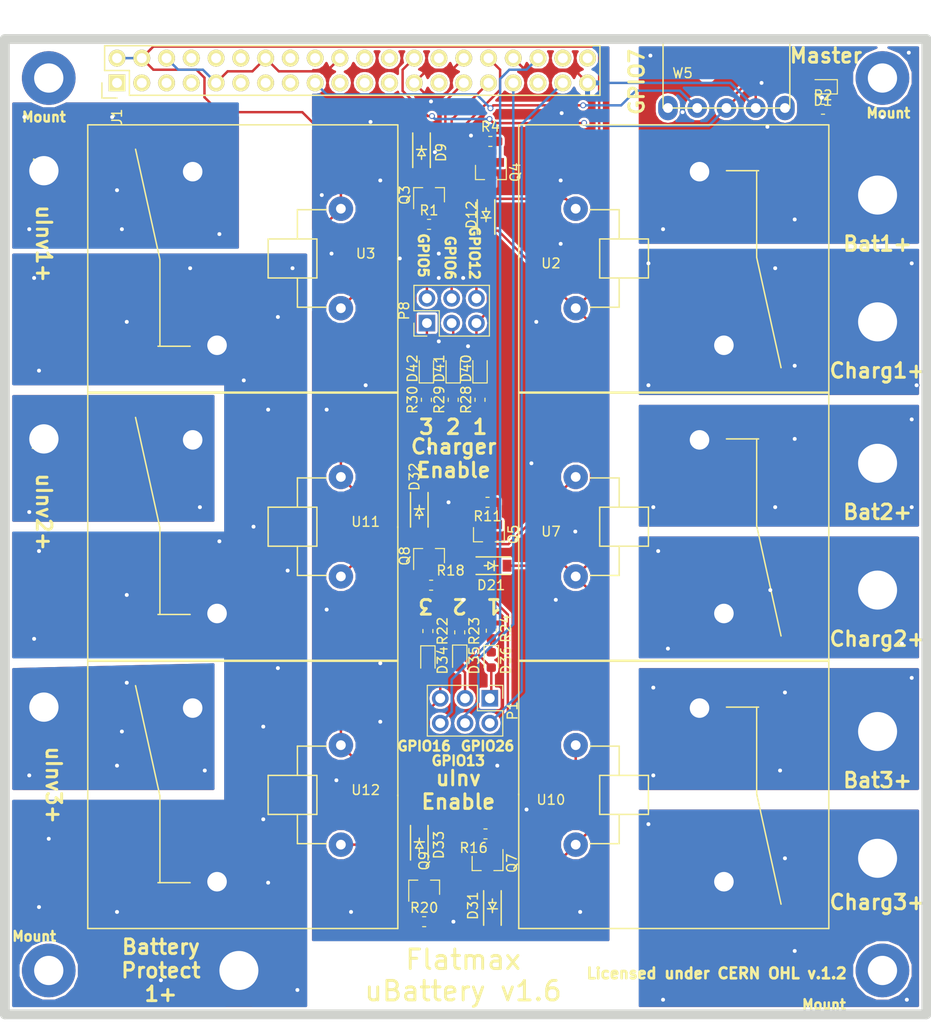
<source format=kicad_pcb>
(kicad_pcb (version 20171130) (host pcbnew 5.0.2-bee76a0~70~ubuntu18.04.1)
  (layers (0 F.Cu signal) (31 B.Cu signal) (34 B.Paste user) (35 F.Paste user) (36 B.SilkS user) (37 F.SilkS user) (38 B.Mask user) (39 F.Mask user) (44 Edge.Cuts user))
  (net 0 "")
  (net 1 V5)
  (net 2 DGND)
  (net 3 /uInv1+)
  (net 4 "Net-(Q3-Pad1)")
  (net 5 "Net-(Q4-Pad1)")
  (net 6 /VBat1+)
  (net 7 /Charge1Enable)
  (net 8 /uInv1En)
  (net 9 "Net-(Q5-Pad1)")
  (net 10 /Charge2Enable)
  (net 11 "Net-(Q7-Pad1)")
  (net 12 /Charge3Enable)
  (net 13 "Net-(D12-Pad2)")
  (net 14 "Net-(D21-Pad2)")
  (net 15 "Net-(D31-Pad2)")
  (net 16 /uInv2+)
  (net 17 "Net-(Q8-Pad1)")
  (net 18 /uInv2En)
  (net 19 "Net-(D9-Pad2)")
  (net 20 "Net-(D32-Pad2)")
  (net 21 "Net-(D33-Pad2)")
  (net 22 /uInv3+)
  (net 23 "Net-(Q9-Pad1)")
  (net 24 /uInv3En)
  (net 25 /29)
  (net 26 /31)
  (net 27 /32)
  (net 28 /33)
  (net 29 /36)
  (net 30 /37)
  (net 31 "Net-(D34-Pad1)")
  (net 32 "Net-(D35-Pad1)")
  (net 33 "Net-(D36-Pad1)")
  (net 34 "Net-(D40-Pad1)")
  (net 35 "Net-(D41-Pad1)")
  (net 36 "Net-(D42-Pad1)")
  (net 37 /VBat3+)
  (net 38 /Charger1+)
  (net 39 /VBat2+)
  (net 40 /Charger2+)
  (net 41 /Charger3+)
  (net 42 /uiVBat1+)
  (net 43 /MasterSlave)
  (net 44 "Net-(D1-Pad1)")
  (net 45 DVDD2)
  (module Connector_PinHeader_2.54mm:PinHeader_2x03_P2.54mm_Vertical (layer F.Cu) (at 101.28088 91.627005 90)
    (fp_text reference P8 (at 1.27 -2.33 90) (layer F.SilkS))
    (fp_text value CONN_02X03)
    (pad 6 thru_hole oval (at 2.54 5.08 90) (size 1.7 1.7) (drill 1) (layers *.Cu *.Mask) (net 27 /32))
    (pad 5 thru_hole oval (at 0 5.08 90) (size 1.7 1.7) (drill 1) (layers *.Cu *.Mask) (net 7 /Charge1Enable))
    (pad 4 thru_hole oval (at 2.54 2.54 90) (size 1.7 1.7) (drill 1) (layers *.Cu *.Mask) (net 26 /31))
    (pad 3 thru_hole oval (at 0 2.54 90) (size 1.7 1.7) (drill 1) (layers *.Cu *.Mask) (net 10 /Charge2Enable))
    (pad 2 thru_hole oval (at 2.54 0 90) (size 1.7 1.7) (drill 1) (layers *.Cu *.Mask) (net 25 /29))
    (pad 1 thru_hole rect (at 0 0 90) (size 1.7 1.7) (drill 1) (layers *.Cu *.Mask) (net 12 /Charge3Enable))
  )
  (module LED_SMD:LED_0603_1608Metric (layer F.Cu) (at 101.228506 96.276784 90)
    (fp_text reference D42 (at 0 -1.43 90) (layer F.SilkS))
    (fp_text value LED)
    (pad 2 smd roundrect (at 0.7875 0 90) (size 0.875 0.95) (layers F.Cu F.Paste F.Mask) (net 12 /Charge3Enable))
    (pad 1 smd roundrect (at -0.7875 0 90) (size 0.875 0.95) (layers F.Cu F.Paste F.Mask) (net 36 "Net-(D42-Pad1)"))
  )
  (module Resistor_SMD:R_0603_1608Metric (layer F.Cu) (at 106.728506 99.489284 90)
    (fp_text reference R28 (at 0 -1.43 90) (layer F.SilkS))
    (fp_text value 3k3)
    (pad 2 smd roundrect (at 0.7875 0 90) (size 0.875 0.95) (layers F.Cu F.Paste F.Mask) (net 34 "Net-(D40-Pad1)"))
    (pad 1 smd roundrect (at -0.7875 0 90) (size 0.875 0.95) (layers F.Cu F.Paste F.Mask) (net 2 DGND))
  )
  (module LED_SMD:LED_0603_1608Metric (layer F.Cu) (at 106.728506 96.276784 90)
    (fp_text reference D40 (at 0 -1.43 90) (layer F.SilkS))
    (fp_text value LED)
    (pad 2 smd roundrect (at 0.7875 0 90) (size 0.875 0.95) (layers F.Cu F.Paste F.Mask) (net 7 /Charge1Enable))
    (pad 1 smd roundrect (at -0.7875 0 90) (size 0.875 0.95) (layers F.Cu F.Paste F.Mask) (net 34 "Net-(D40-Pad1)"))
  )
  (module LED_SMD:LED_0603_1608Metric (layer F.Cu) (at 103.978506 96.276784 90)
    (fp_text reference D41 (at 0 -1.43 90) (layer F.SilkS))
    (fp_text value LED)
    (pad 2 smd roundrect (at 0.7875 0 90) (size 0.875 0.95) (layers F.Cu F.Paste F.Mask) (net 10 /Charge2Enable))
    (pad 1 smd roundrect (at -0.7875 0 90) (size 0.875 0.95) (layers F.Cu F.Paste F.Mask) (net 35 "Net-(D41-Pad1)"))
  )
  (module Resistor_SMD:R_0603_1608Metric (layer F.Cu) (at 103.978506 99.489284 90)
    (fp_text reference R29 (at 0 -1.43 90) (layer F.SilkS))
    (fp_text value 3k3)
    (pad 2 smd roundrect (at 0.7875 0 90) (size 0.875 0.95) (layers F.Cu F.Paste F.Mask) (net 35 "Net-(D41-Pad1)"))
    (pad 1 smd roundrect (at -0.7875 0 90) (size 0.875 0.95) (layers F.Cu F.Paste F.Mask) (net 2 DGND))
  )
  (module Resistor_SMD:R_0603_1608Metric (layer F.Cu) (at 101.228506 99.489284 90)
    (fp_text reference R30 (at 0 -1.43 90) (layer F.SilkS))
    (fp_text value 3k3)
    (pad 2 smd roundrect (at 0.7875 0 90) (size 0.875 0.95) (layers F.Cu F.Paste F.Mask) (net 36 "Net-(D42-Pad1)"))
    (pad 1 smd roundrect (at -0.7875 0 90) (size 0.875 0.95) (layers F.Cu F.Paste F.Mask) (net 2 DGND))
  )
  (module Resistor_SMD:R_0603_1608Metric (layer F.Cu) (at 101.7125 118.5)
    (fp_text reference R18 (at 2 -1.5) (layer F.SilkS))
    (fp_text value 220R)
    (pad 2 smd roundrect (at 0.7875 0) (size 0.875 0.95) (layers F.Cu F.Paste F.Mask) (net 18 /uInv2En))
    (pad 1 smd roundrect (at -0.7875 0) (size 0.875 0.95) (layers F.Cu F.Paste F.Mask) (net 17 "Net-(Q8-Pad1)"))
  )
  (module Resistor_SMD:R_0603_1608Metric (layer F.Cu) (at 101.5 81.5)
    (fp_text reference R1 (at 0 -1.43) (layer F.SilkS))
    (fp_text value 220R)
    (pad 2 smd roundrect (at 0.7875 0) (size 0.875 0.95) (layers F.Cu F.Paste F.Mask) (net 8 /uInv1En))
    (pad 1 smd roundrect (at -0.7875 0) (size 0.875 0.95) (layers F.Cu F.Paste F.Mask) (net 4 "Net-(Q3-Pad1)"))
  )
  (module Diodes_SMD_Local:SOD-123 (layer F.Cu) (at 100.728738 74.135 270)
    (fp_text reference D9 (at 0 -2 270) (layer F.SilkS))
    (fp_text value 1N5819)
    (pad 2 smd rect (at 1.635 0 270) (size 0.91 1.22) (layers F.Cu F.Paste F.Mask) (net 19 "Net-(D9-Pad2)"))
    (pad 1 smd rect (at -1.635 0 270) (size 0.91 1.22) (layers F.Cu F.Paste F.Mask) (net 1 V5))
  )
  (module Diodes_SMD_Local:SOD-123 (layer F.Cu) (at 107.345059 80.518819 90)
    (fp_text reference D12 (at 0 -1.5 90) (layer F.SilkS))
    (fp_text value 1N5819)
    (pad 2 smd rect (at 1.635 0 90) (size 0.91 1.22) (layers F.Cu F.Paste F.Mask) (net 13 "Net-(D12-Pad2)"))
    (pad 1 smd rect (at -1.635 0 90) (size 0.91 1.22) (layers F.Cu F.Paste F.Mask) (net 1 V5))
  )
  (module Resistor_SMD:R_0603_1608Metric (layer F.Cu) (at 107.7875 73 180)
    (fp_text reference R4 (at 0 1.5 180) (layer F.SilkS))
    (fp_text value 220R)
    (pad 2 smd roundrect (at 0.7875 0 180) (size 0.875 0.95) (layers F.Cu F.Paste F.Mask) (net 7 /Charge1Enable))
    (pad 1 smd roundrect (at -0.7875 0 180) (size 0.875 0.95) (layers F.Cu F.Paste F.Mask) (net 5 "Net-(Q4-Pad1)"))
  )
  (module Diodes_SMD_Local:SOD-123 (layer F.Cu) (at 107.865 116.5 180)
    (fp_text reference D21 (at 0 -2 180) (layer F.SilkS))
    (fp_text value 1N5819)
    (pad 2 smd rect (at 1.635 0 180) (size 0.91 1.22) (layers F.Cu F.Paste F.Mask) (net 14 "Net-(D21-Pad2)"))
    (pad 1 smd rect (at -1.635 0 180) (size 0.91 1.22) (layers F.Cu F.Paste F.Mask) (net 1 V5))
  )
  (module Resistor_SMD:R_0603_1608Metric (layer F.Cu) (at 107.5 110 180)
    (fp_text reference R11 (at 0 -1.43 180) (layer F.SilkS))
    (fp_text value 220R)
    (pad 2 smd roundrect (at 0.7875 0 180) (size 0.875 0.95) (layers F.Cu F.Paste F.Mask) (net 10 /Charge2Enable))
    (pad 1 smd roundrect (at -0.7875 0 180) (size 0.875 0.95) (layers F.Cu F.Paste F.Mask) (net 9 "Net-(Q5-Pad1)"))
  )
  (module Diodes_SMD_Local:SOD-123 (layer F.Cu) (at 108 151.365 90)
    (fp_text reference D31 (at 0 -2 90) (layer F.SilkS))
    (fp_text value 1N5819)
    (pad 2 smd rect (at 1.635 0 90) (size 0.91 1.22) (layers F.Cu F.Paste F.Mask) (net 15 "Net-(D31-Pad2)"))
    (pad 1 smd rect (at -1.635 0 90) (size 0.91 1.22) (layers F.Cu F.Paste F.Mask) (net 1 V5))
  )
  (module Resistor_SMD:R_0603_1608Metric (layer F.Cu) (at 107.2875 144 180)
    (fp_text reference R16 (at 1.2125 -1.43 180) (layer F.SilkS))
    (fp_text value 220R)
    (pad 2 smd roundrect (at 0.7875 0 180) (size 0.875 0.95) (layers F.Cu F.Paste F.Mask) (net 12 /Charge3Enable))
    (pad 1 smd roundrect (at -0.7875 0 180) (size 0.875 0.95) (layers F.Cu F.Paste F.Mask) (net 11 "Net-(Q7-Pad1)"))
  )
  (module Diodes_SMD_Local:SOD-123 (layer F.Cu) (at 100.5 111 270)
    (fp_text reference D32 (at -3.615 0.5 270) (layer F.SilkS))
    (fp_text value 1N5819)
    (pad 2 smd rect (at 1.635 0 270) (size 0.91 1.22) (layers F.Cu F.Paste F.Mask) (net 20 "Net-(D32-Pad2)"))
    (pad 1 smd rect (at -1.635 0 270) (size 0.91 1.22) (layers F.Cu F.Paste F.Mask) (net 1 V5))
  )
  (module Diodes_SMD_Local:SOD-123 (layer F.Cu) (at 100.5 145.135 270)
    (fp_text reference D33 (at 0 -2 270) (layer F.SilkS))
    (fp_text value 1N5819)
    (pad 2 smd rect (at 1.635 0 270) (size 0.91 1.22) (layers F.Cu F.Paste F.Mask) (net 21 "Net-(D33-Pad2)"))
    (pad 1 smd rect (at -1.635 0 270) (size 0.91 1.22) (layers F.Cu F.Paste F.Mask) (net 1 V5))
  )
  (module Resistor_SMD:R_0603_1608Metric (layer F.Cu) (at 101 153)
    (fp_text reference R20 (at 0 -1.43) (layer F.SilkS))
    (fp_text value 220R)
    (pad 2 smd roundrect (at 0.7875 0) (size 0.875 0.95) (layers F.Cu F.Paste F.Mask) (net 24 /uInv3En))
    (pad 1 smd roundrect (at -0.7875 0) (size 0.875 0.95) (layers F.Cu F.Paste F.Mask) (net 23 "Net-(Q9-Pad1)"))
  )
  (module Fiducial:Fiducial_1mm_Dia_2mm_Outer (layer F.Cu) (at 130 66)
    (fp_text reference W5 (at -2.5 0) (layer F.SilkS))
    (fp_text value Fiducial)
    (pad ~ smd circle (at 0 0) (size 1 1) (layers F.Cu F.Mask) (clearance 0.5))
  )
  (module Connector_PinHeader_2.54mm:PinHeader_2x03_P2.54mm_Vertical (layer F.Cu) (at 107.732327 130.098587 270)
    (fp_text reference P1 (at 1.27 -2.33 270) (layer F.SilkS))
    (fp_text value CONN_02X03)
    (pad 6 thru_hole oval (at 2.54 5.08 270) (size 1.7 1.7) (drill 1) (layers *.Cu *.Mask) (net 29 /36))
    (pad 5 thru_hole oval (at 0 5.08 270) (size 1.7 1.7) (drill 1) (layers *.Cu *.Mask) (net 24 /uInv3En))
    (pad 4 thru_hole oval (at 2.54 2.54 270) (size 1.7 1.7) (drill 1) (layers *.Cu *.Mask) (net 28 /33))
    (pad 3 thru_hole oval (at 0 2.54 270) (size 1.7 1.7) (drill 1) (layers *.Cu *.Mask) (net 18 /uInv2En))
    (pad 2 thru_hole oval (at 2.54 0 270) (size 1.7 1.7) (drill 1) (layers *.Cu *.Mask) (net 30 /37))
    (pad 1 thru_hole rect (at 0 0 270) (size 1.7 1.7) (drill 1) (layers *.Cu *.Mask) (net 8 /uInv1En))
  )
  (module LED_SMD:LED_0603_1608Metric (layer F.Cu) (at 101.382838 126.200488 270)
    (fp_text reference D34 (at 0 -1.5 270) (layer F.SilkS))
    (fp_text value LED)
    (pad 2 smd roundrect (at 0.7875 0 270) (size 0.875 0.95) (layers F.Cu F.Paste F.Mask) (net 24 /uInv3En))
    (pad 1 smd roundrect (at -0.7875 0 270) (size 0.875 0.95) (layers F.Cu F.Paste F.Mask) (net 31 "Net-(D34-Pad1)"))
  )
  (module LED_SMD:LED_0603_1608Metric (layer F.Cu) (at 104.648164 126.121089 270)
    (fp_text reference D35 (at 0.079399 -1.484674 270) (layer F.SilkS))
    (fp_text value LED)
    (pad 2 smd roundrect (at 0.7875 0 270) (size 0.875 0.95) (layers F.Cu F.Paste F.Mask) (net 18 /uInv2En))
    (pad 1 smd roundrect (at -0.7875 0 270) (size 0.875 0.95) (layers F.Cu F.Paste F.Mask) (net 32 "Net-(D35-Pad1)"))
  )
  (module LED_SMD:LED_0603_1608Metric (layer F.Cu) (at 107.882838 126.162988 270)
    (fp_text reference D36 (at 0.0375 -1.5 270) (layer F.SilkS))
    (fp_text value LED)
    (pad 2 smd roundrect (at 0.7875 0 270) (size 0.875 0.95) (layers F.Cu F.Paste F.Mask) (net 8 /uInv1En))
    (pad 1 smd roundrect (at -0.7875 0 270) (size 0.875 0.95) (layers F.Cu F.Paste F.Mask) (net 33 "Net-(D36-Pad1)"))
  )
  (module Resistor_SMD:R_0603_1608Metric (layer F.Cu) (at 101.382838 123.200488 270)
    (fp_text reference R22 (at 0 -1.5 270) (layer F.SilkS))
    (fp_text value 3k3)
    (pad 2 smd roundrect (at 0.7875 0 270) (size 0.875 0.95) (layers F.Cu F.Paste F.Mask) (net 31 "Net-(D34-Pad1)"))
    (pad 1 smd roundrect (at -0.7875 0 270) (size 0.875 0.95) (layers F.Cu F.Paste F.Mask) (net 2 DGND))
  )
  (module Resistor_SMD:R_0603_1608Metric (layer F.Cu) (at 104.648164 123.333589 270)
    (fp_text reference R23 (at -0.133101 -1.484674 270) (layer F.SilkS))
    (fp_text value 3k3)
    (pad 2 smd roundrect (at 0.7875 0 270) (size 0.875 0.95) (layers F.Cu F.Paste F.Mask) (net 32 "Net-(D35-Pad1)"))
    (pad 1 smd roundrect (at -0.7875 0 270) (size 0.875 0.95) (layers F.Cu F.Paste F.Mask) (net 2 DGND))
  )
  (module Resistor_SMD:R_0603_1608Metric (layer F.Cu) (at 107.882838 123.162988 270)
    (fp_text reference R24 (at -0.2125 -1.5 270) (layer F.SilkS))
    (fp_text value 3k3)
    (pad 2 smd roundrect (at 0.7875 0 270) (size 0.875 0.95) (layers F.Cu F.Paste F.Mask) (net 33 "Net-(D36-Pad1)"))
    (pad 1 smd roundrect (at -0.7875 0 270) (size 0.875 0.95) (layers F.Cu F.Paste F.Mask) (net 2 DGND))
  )
  (module Package_TO_SOT_SMD:SOT-23 (layer F.Cu) (at 101.5 78.5 90)
    (fp_text reference Q3 (at 0 -2.5 90) (layer F.SilkS))
    (fp_text value MMBTA42)
    (pad 3 smd rect (at 1 0 90) (size 0.9 0.8) (layers F.Cu F.Paste F.Mask) (net 19 "Net-(D9-Pad2)"))
    (pad 2 smd rect (at -1 0.95 90) (size 0.9 0.8) (layers F.Cu F.Paste F.Mask) (net 2 DGND))
    (pad 1 smd rect (at -1 -0.95 90) (size 0.9 0.8) (layers F.Cu F.Paste F.Mask) (net 4 "Net-(Q3-Pad1)"))
  )
  (module Package_TO_SOT_SMD:SOT-23 (layer F.Cu) (at 107.845059 76.153819 270)
    (fp_text reference Q4 (at 0 -2.5 270) (layer F.SilkS))
    (fp_text value MMBTA42)
    (pad 3 smd rect (at 1 0 270) (size 0.9 0.8) (layers F.Cu F.Paste F.Mask) (net 13 "Net-(D12-Pad2)"))
    (pad 2 smd rect (at -1 0.95 270) (size 0.9 0.8) (layers F.Cu F.Paste F.Mask) (net 2 DGND))
    (pad 1 smd rect (at -1 -0.95 270) (size 0.9 0.8) (layers F.Cu F.Paste F.Mask) (net 5 "Net-(Q4-Pad1)"))
  )
  (module Package_TO_SOT_SMD:SOT-23 (layer F.Cu) (at 107.641093 113.289296 270)
    (fp_text reference Q5 (at 0 -2.5 270) (layer F.SilkS))
    (fp_text value MMBTA42)
    (pad 3 smd rect (at 1 0 270) (size 0.9 0.8) (layers F.Cu F.Paste F.Mask) (net 14 "Net-(D21-Pad2)"))
    (pad 2 smd rect (at -1 0.95 270) (size 0.9 0.8) (layers F.Cu F.Paste F.Mask) (net 2 DGND))
    (pad 1 smd rect (at -1 -0.95 270) (size 0.9 0.8) (layers F.Cu F.Paste F.Mask) (net 9 "Net-(Q5-Pad1)"))
  )
  (module Package_TO_SOT_SMD:SOT-23 (layer F.Cu) (at 107.5 147 270)
    (fp_text reference Q7 (at 0 -2.5 270) (layer F.SilkS))
    (fp_text value MMBTA42)
    (pad 3 smd rect (at 1 0 270) (size 0.9 0.8) (layers F.Cu F.Paste F.Mask) (net 15 "Net-(D31-Pad2)"))
    (pad 2 smd rect (at -1 0.95 270) (size 0.9 0.8) (layers F.Cu F.Paste F.Mask) (net 2 DGND))
    (pad 1 smd rect (at -1 -0.95 270) (size 0.9 0.8) (layers F.Cu F.Paste F.Mask) (net 11 "Net-(Q7-Pad1)"))
  )
  (module Package_TO_SOT_SMD:SOT-23 (layer F.Cu) (at 101.5 115.5 90)
    (fp_text reference Q8 (at 0 -2.5 90) (layer F.SilkS))
    (fp_text value MMBTA42)
    (pad 3 smd rect (at 1 0 90) (size 0.9 0.8) (layers F.Cu F.Paste F.Mask) (net 20 "Net-(D32-Pad2)"))
    (pad 2 smd rect (at -1 0.95 90) (size 0.9 0.8) (layers F.Cu F.Paste F.Mask) (net 2 DGND))
    (pad 1 smd rect (at -1 -0.95 90) (size 0.9 0.8) (layers F.Cu F.Paste F.Mask) (net 17 "Net-(Q8-Pad1)"))
  )
  (module Package_TO_SOT_SMD:SOT-23 (layer F.Cu) (at 101 149.5 90)
    (fp_text reference Q9 (at 2.75 0 90) (layer F.SilkS))
    (fp_text value MMBTA42)
    (pad 3 smd rect (at 1 0 90) (size 0.9 0.8) (layers F.Cu F.Paste F.Mask) (net 21 "Net-(D33-Pad2)"))
    (pad 2 smd rect (at -1 0.95 90) (size 0.9 0.8) (layers F.Cu F.Paste F.Mask) (net 2 DGND))
    (pad 1 smd rect (at -1 -0.95 90) (size 0.9 0.8) (layers F.Cu F.Paste F.Mask) (net 23 "Net-(Q9-Pad1)"))
  )
  (module holes:Pin3mm (layer F.Cu) (at 62 103.5)
    (fp_text reference J16 (at 0 0.5) (layer F.SilkS))
    (fp_text value uInv2+)
    (pad 1 thru_hole circle (at 0 0) (size 5.5 5.5) (drill 3) (layers *.Cu *.Mask) (net 16 /uInv2+))
  )
  (module holes:Pin3mm (layer F.Cu) (at 62 76 270)
    (fp_text reference J17 (at 0 0.5 270) (layer F.SilkS))
    (fp_text value uInv1+)
    (pad 1 thru_hole circle (at 0 0 270) (size 5.5 5.5) (drill 3) (layers *.Cu *.Mask) (net 3 /uInv1+))
  )
  (module holes:Pin3mm (layer F.Cu) (at 62 131 270)
    (fp_text reference J19 (at 0 0.5 270) (layer F.SilkS))
    (fp_text value uInv3+)
    (pad 1 thru_hole circle (at 0 0 270) (size 5.5 5.5) (drill 3) (layers *.Cu *.Mask) (net 22 /uInv3+))
  )
  (module Pin_Headers:Pin_Header_Straight_2x20 (layer F.Cu) (at 69.5 67 90)
    (fp_text reference J1 (at -3.5 0 90) (layer F.SilkS))
    (fp_text value PC104)
    (pad 40 thru_hole oval (at 2.54 48.26 90) (size 1.7272 1.7272) (drill 1.016) (layers *.Cu *.Mask F.SilkS))
    (pad 39 thru_hole oval (at 0 48.26 90) (size 1.7272 1.7272) (drill 1.016) (layers *.Cu *.Mask F.SilkS) (net 2 DGND))
    (pad 38 thru_hole oval (at 2.54 45.72 90) (size 1.7272 1.7272) (drill 1.016) (layers *.Cu *.Mask F.SilkS))
    (pad 37 thru_hole oval (at 0 45.72 90) (size 1.7272 1.7272) (drill 1.016) (layers *.Cu *.Mask F.SilkS) (net 30 /37))
    (pad 36 thru_hole oval (at 2.54 43.18 90) (size 1.7272 1.7272) (drill 1.016) (layers *.Cu *.Mask F.SilkS) (net 29 /36))
    (pad 35 thru_hole oval (at 0 43.18 90) (size 1.7272 1.7272) (drill 1.016) (layers *.Cu *.Mask F.SilkS))
    (pad 34 thru_hole oval (at 2.54 40.64 90) (size 1.7272 1.7272) (drill 1.016) (layers *.Cu *.Mask F.SilkS) (net 2 DGND))
    (pad 33 thru_hole oval (at 0 40.64 90) (size 1.7272 1.7272) (drill 1.016) (layers *.Cu *.Mask F.SilkS) (net 28 /33))
    (pad 32 thru_hole oval (at 2.54 38.1 90) (size 1.7272 1.7272) (drill 1.016) (layers *.Cu *.Mask F.SilkS) (net 27 /32))
    (pad 31 thru_hole oval (at 0 38.1 90) (size 1.7272 1.7272) (drill 1.016) (layers *.Cu *.Mask F.SilkS) (net 26 /31))
    (pad 30 thru_hole oval (at 2.54 35.56 90) (size 1.7272 1.7272) (drill 1.016) (layers *.Cu *.Mask F.SilkS) (net 2 DGND))
    (pad 29 thru_hole oval (at 0 35.56 90) (size 1.7272 1.7272) (drill 1.016) (layers *.Cu *.Mask F.SilkS) (net 25 /29))
    (pad 28 thru_hole oval (at 2.54 33.02 90) (size 1.7272 1.7272) (drill 1.016) (layers *.Cu *.Mask F.SilkS))
    (pad 27 thru_hole oval (at 0 33.02 90) (size 1.7272 1.7272) (drill 1.016) (layers *.Cu *.Mask F.SilkS))
    (pad 26 thru_hole oval (at 2.54 30.48 90) (size 1.7272 1.7272) (drill 1.016) (layers *.Cu *.Mask F.SilkS) (net 43 /MasterSlave))
    (pad 25 thru_hole oval (at 0 30.48 90) (size 1.7272 1.7272) (drill 1.016) (layers *.Cu *.Mask F.SilkS) (net 2 DGND))
    (pad 24 thru_hole oval (at 2.54 27.94 90) (size 1.7272 1.7272) (drill 1.016) (layers *.Cu *.Mask F.SilkS))
    (pad 23 thru_hole oval (at 0 27.94 90) (size 1.7272 1.7272) (drill 1.016) (layers *.Cu *.Mask F.SilkS))
    (pad 22 thru_hole oval (at 2.54 25.4 90) (size 1.7272 1.7272) (drill 1.016) (layers *.Cu *.Mask F.SilkS))
    (pad 21 thru_hole oval (at 0 25.4 90) (size 1.7272 1.7272) (drill 1.016) (layers *.Cu *.Mask F.SilkS))
    (pad 20 thru_hole oval (at 2.54 22.86 90) (size 1.7272 1.7272) (drill 1.016) (layers *.Cu *.Mask F.SilkS) (net 2 DGND))
    (pad 19 thru_hole oval (at 0 22.86 90) (size 1.7272 1.7272) (drill 1.016) (layers *.Cu *.Mask F.SilkS))
    (pad 18 thru_hole oval (at 2.54 20.32 90) (size 1.7272 1.7272) (drill 1.016) (layers *.Cu *.Mask F.SilkS))
    (pad 17 thru_hole oval (at 0 20.32 90) (size 1.7272 1.7272) (drill 1.016) (layers *.Cu *.Mask F.SilkS) (net 45 DVDD2))
    (pad 16 thru_hole oval (at 2.54 17.78 90) (size 1.7272 1.7272) (drill 1.016) (layers *.Cu *.Mask F.SilkS))
    (pad 15 thru_hole oval (at 0 17.78 90) (size 1.7272 1.7272) (drill 1.016) (layers *.Cu *.Mask F.SilkS))
    (pad 14 thru_hole oval (at 2.54 15.24 90) (size 1.7272 1.7272) (drill 1.016) (layers *.Cu *.Mask F.SilkS) (net 2 DGND))
    (pad 13 thru_hole oval (at 0 15.24 90) (size 1.7272 1.7272) (drill 1.016) (layers *.Cu *.Mask F.SilkS))
    (pad 12 thru_hole oval (at 2.54 12.7 90) (size 1.7272 1.7272) (drill 1.016) (layers *.Cu *.Mask F.SilkS))
    (pad 11 thru_hole oval (at 0 12.7 90) (size 1.7272 1.7272) (drill 1.016) (layers *.Cu *.Mask F.SilkS))
    (pad 10 thru_hole oval (at 2.54 10.16 90) (size 1.7272 1.7272) (drill 1.016) (layers *.Cu *.Mask F.SilkS))
    (pad 9 thru_hole oval (at 0 10.16 90) (size 1.7272 1.7272) (drill 1.016) (layers *.Cu *.Mask F.SilkS) (net 2 DGND))
    (pad 8 thru_hole oval (at 2.54 7.62 90) (size 1.7272 1.7272) (drill 1.016) (layers *.Cu *.Mask F.SilkS))
    (pad 7 thru_hole oval (at 0 7.62 90) (size 1.7272 1.7272) (drill 1.016) (layers *.Cu *.Mask F.SilkS))
    (pad 6 thru_hole oval (at 2.54 5.08 90) (size 1.7272 1.7272) (drill 1.016) (layers *.Cu *.Mask F.SilkS) (net 2 DGND))
    (pad 5 thru_hole oval (at 0 5.08 90) (size 1.7272 1.7272) (drill 1.016) (layers *.Cu *.Mask F.SilkS))
    (pad 4 thru_hole oval (at 2.54 2.54 90) (size 1.7272 1.7272) (drill 1.016) (layers *.Cu *.Mask F.SilkS) (net 1 V5))
    (pad 3 thru_hole oval (at 0 2.54 90) (size 1.7272 1.7272) (drill 1.016) (layers *.Cu *.Mask F.SilkS))
    (pad 2 thru_hole oval (at 2.54 0 90) (size 1.7272 1.7272) (drill 1.016) (layers *.Cu *.Mask F.SilkS) (net 1 V5))
    (pad 1 thru_hole rect (at 0 0 90) (size 1.7272 1.7272) (drill 1.016) (layers *.Cu *.Mask F.SilkS))
  )
  (module holes:Pin3mm (layer F.Cu) (at 62.5 66.5)
    (fp_text reference W1 (at 0 0.5) (layer F.SilkS))
    (fp_text value TEST_1P)
    (pad 1 thru_hole circle (at 0 0) (size 5.5 5.5) (drill 3) (layers *.Cu *.Mask))
  )
  (module holes:Pin3mm (layer F.Cu) (at 148 66.5)
    (fp_text reference W2 (at 0 0.5) (layer F.SilkS))
    (fp_text value TEST_1P)
    (pad 1 thru_hole circle (at 0 0) (size 5.5 5.5) (drill 3) (layers *.Cu *.Mask))
  )
  (module holes:Pin3mm (layer F.Cu) (at 148 158)
    (fp_text reference W3 (at 0 0.5) (layer F.SilkS))
    (fp_text value TEST_1P)
    (pad 1 thru_hole circle (at 0 0) (size 5.5 5.5) (drill 3) (layers *.Cu *.Mask))
  )
  (module holes:Pin3mm (layer F.Cu) (at 62.5 158)
    (fp_text reference W4 (at 0 0.5) (layer F.SilkS))
    (fp_text value TEST_1P)
    (pad 1 thru_hole circle (at 0 0) (size 5.5 5.5) (drill 3) (layers *.Cu *.Mask))
  )
  (module songle:SLA-4p (layer F.Cu) (at 114 85)
    (fp_text reference U2 (at 0 0.499999) (layer F.SilkS))
    (fp_text value SRD-105VDC-SL-A)
    (pad 3 thru_hole circle (at 17.74 8.9) (size 4 4) (drill 2) (layers *.Cu *.Mask) (net 38 /Charger1+))
    (pad 1 thru_hole circle (at 15.24 -8.9) (size 4 4) (drill 2) (layers *.Cu *.Mask) (net 6 /VBat1+))
    (pad 2 thru_hole circle (at 2.54 5.1) (size 2.5 2.5) (drill 1) (layers *.Cu *.Mask) (net 1 V5))
    (pad 5 thru_hole circle (at 2.54 -5.1) (size 2.5 2.5) (drill 1) (layers *.Cu *.Mask) (net 13 "Net-(D12-Pad2)"))
  )
  (module songle:SLA-4p (layer F.Cu) (at 95 85 180)
    (fp_text reference U3 (at 0 0.5 180) (layer F.SilkS))
    (fp_text value SRD-105VDC-SL-A)
    (pad 5 thru_hole circle (at 2.54 -5.1 180) (size 2.5 2.5) (drill 1) (layers *.Cu *.Mask) (net 19 "Net-(D9-Pad2)"))
    (pad 2 thru_hole circle (at 2.54 5.1 180) (size 2.5 2.5) (drill 1) (layers *.Cu *.Mask) (net 1 V5))
    (pad 1 thru_hole circle (at 15.24 -8.9 180) (size 4 4) (drill 2) (layers *.Cu *.Mask) (net 42 /uiVBat1+))
    (pad 3 thru_hole circle (at 17.74 8.9 180) (size 4 4) (drill 2) (layers *.Cu *.Mask) (net 3 /uInv1+))
  )
  (module songle:SLA-4p (layer F.Cu) (at 114 112.5)
    (fp_text reference U7 (at 0 0.499999) (layer F.SilkS))
    (fp_text value SRD-105VDC-SL-A)
    (pad 3 thru_hole circle (at 17.74 8.9) (size 4 4) (drill 2) (layers *.Cu *.Mask) (net 40 /Charger2+))
    (pad 1 thru_hole circle (at 15.24 -8.9) (size 4 4) (drill 2) (layers *.Cu *.Mask) (net 39 /VBat2+))
    (pad 2 thru_hole circle (at 2.54 5.1) (size 2.5 2.5) (drill 1) (layers *.Cu *.Mask) (net 1 V5))
    (pad 5 thru_hole circle (at 2.54 -5.1) (size 2.5 2.5) (drill 1) (layers *.Cu *.Mask) (net 14 "Net-(D21-Pad2)"))
  )
  (module songle:SLA-4p (layer F.Cu) (at 114 140)
    (fp_text reference U10 (at 0 0.5) (layer F.SilkS))
    (fp_text value SRD-105VDC-SL-A)
    (pad 5 thru_hole circle (at 2.54 -5.1) (size 2.5 2.5) (drill 1) (layers *.Cu *.Mask) (net 15 "Net-(D31-Pad2)"))
    (pad 2 thru_hole circle (at 2.54 5.1) (size 2.5 2.5) (drill 1) (layers *.Cu *.Mask) (net 1 V5))
    (pad 1 thru_hole circle (at 15.24 -8.9) (size 4 4) (drill 2) (layers *.Cu *.Mask) (net 37 /VBat3+))
    (pad 3 thru_hole circle (at 17.74 8.9) (size 4 4) (drill 2) (layers *.Cu *.Mask) (net 41 /Charger3+))
  )
  (module songle:SLA-4p (layer F.Cu) (at 95 112.5 180)
    (fp_text reference U11 (at 0 0.5 180) (layer F.SilkS))
    (fp_text value SRD-105VDC-SL-A)
    (pad 3 thru_hole circle (at 17.74 8.9 180) (size 4 4) (drill 2) (layers *.Cu *.Mask) (net 16 /uInv2+))
    (pad 1 thru_hole circle (at 15.24 -8.9 180) (size 4 4) (drill 2) (layers *.Cu *.Mask) (net 42 /uiVBat1+))
    (pad 2 thru_hole circle (at 2.54 5.1 180) (size 2.5 2.5) (drill 1) (layers *.Cu *.Mask) (net 1 V5))
    (pad 5 thru_hole circle (at 2.54 -5.1 180) (size 2.5 2.5) (drill 1) (layers *.Cu *.Mask) (net 20 "Net-(D32-Pad2)"))
  )
  (module songle:SLA-4p (layer F.Cu) (at 95 140 180)
    (fp_text reference U12 (at 0 0.5 180) (layer F.SilkS))
    (fp_text value SRD-105VDC-SL-A)
    (pad 5 thru_hole circle (at 2.54 -5.1 180) (size 2.5 2.5) (drill 1) (layers *.Cu *.Mask) (net 21 "Net-(D33-Pad2)"))
    (pad 2 thru_hole circle (at 2.54 5.1 180) (size 2.5 2.5) (drill 1) (layers *.Cu *.Mask) (net 1 V5))
    (pad 1 thru_hole circle (at 15.24 -8.9 180) (size 4 4) (drill 2) (layers *.Cu *.Mask) (net 42 /uiVBat1+))
    (pad 3 thru_hole circle (at 17.74 8.9 180) (size 4 4) (drill 2) (layers *.Cu *.Mask) (net 22 /uInv3+))
  )
  (module holes:Pin4mm (layer F.Cu) (at 82 158)
    (fp_text reference J2 (at 0 0.5) (layer F.SilkS))
    (fp_text value VBat1+)
    (pad 1 thru_hole circle (at 0 0) (size 6.5 6.5) (drill 4) (layers *.Cu *.Mask) (net 42 /uiVBat1+))
  )
  (module holes:Pin4mm (layer F.Cu) (at 147.5 78.5)
    (fp_text reference J3 (at 0 0.5) (layer F.SilkS))
    (fp_text value BCharge1+)
    (pad 1 thru_hole circle (at 0 0) (size 6.5 6.5) (drill 4) (layers *.Cu *.Mask) (net 6 /VBat1+))
  )
  (module holes:Pin4mm (layer F.Cu) (at 147.5 133.5)
    (fp_text reference J4 (at 0 0.5) (layer F.SilkS))
    (fp_text value BCharge3+)
    (pad 1 thru_hole circle (at 0 0) (size 6.5 6.5) (drill 4) (layers *.Cu *.Mask) (net 37 /VBat3+))
  )
  (module holes:Pin4mm (layer F.Cu) (at 147.5 91.5 180)
    (fp_text reference J5 (at 0 0.5 180) (layer F.SilkS))
    (fp_text value Charge1+)
    (pad 1 thru_hole circle (at 0 0 180) (size 6.5 6.5) (drill 4) (layers *.Cu *.Mask) (net 38 /Charger1+))
  )
  (module holes:Pin4mm (layer F.Cu) (at 147.5 106)
    (fp_text reference J7 (at 0 0.5) (layer F.SilkS))
    (fp_text value BCharge2+)
    (pad 1 thru_hole circle (at 0 0) (size 6.5 6.5) (drill 4) (layers *.Cu *.Mask) (net 39 /VBat2+))
  )
  (module holes:Pin4mm (layer F.Cu) (at 147.5 119 180)
    (fp_text reference J9 (at 0 0.5 180) (layer F.SilkS))
    (fp_text value Charge2+)
    (pad 1 thru_hole circle (at 0 0 180) (size 6.5 6.5) (drill 4) (layers *.Cu *.Mask) (net 40 /Charger2+))
  )
  (module holes:Pin4mm (layer F.Cu) (at 147.5 146.5 180)
    (fp_text reference J13 (at 0 0.5 180) (layer F.SilkS))
    (fp_text value Charge3+)
    (pad 1 thru_hole circle (at 0 0 180) (size 6.5 6.5) (drill 4) (layers *.Cu *.Mask) (net 41 /Charger3+))
  )
  (module Resistor_SMD:R_0603_1608Metric (layer F.Cu) (at 141.9 69.7)
    (fp_text reference R2 (at 0 -1.43) (layer F.SilkS))
    (fp_text value 3k3)
    (pad 1 smd roundrect (at -0.7875 0) (size 0.875 0.95) (layers F.Cu F.Paste F.Mask) (net 2 DGND))
    (pad 2 smd roundrect (at 0.7875 0) (size 0.875 0.95) (layers F.Cu F.Paste F.Mask) (net 44 "Net-(D1-Pad1)"))
  )
  (module LED_SMD:LED_0603_1608Metric (layer F.Cu) (at 141.8875 67.4 180)
    (fp_text reference D1 (at 0 -1.43 180) (layer F.SilkS))
    (fp_text value LED)
    (pad 1 smd roundrect (at -0.7875 0 180) (size 0.875 0.95) (layers F.Cu F.Paste F.Mask) (net 44 "Net-(D1-Pad1)"))
    (pad 2 smd roundrect (at 0.7875 0 180) (size 0.875 0.95) (layers F.Cu F.Paste F.Mask) (net 43 /MasterSlave))
  )
  (module switch:SS-12F23 (layer F.Cu) (at 132 69.575001)
    (fp_text reference SW1 hide)
    (fp_text value SW_SPDT)
    (pad 2 thru_hole circle (at 0 0) (size 2 2) (drill 1) (layers *.Cu *.Mask) (net 43 /MasterSlave))
    (pad 3 thru_hole circle (at -3 0) (size 2 2) (drill 1) (layers *.Cu *.Mask) (net 45 DVDD2))
    (pad "" thru_hole oval (at -6 0) (size 2 2.5) (drill 1) (layers *.Cu *.Mask))
    (pad "" thru_hole oval (at 6 0) (size 2 2.5) (drill 1) (layers *.Cu *.Mask))
    (pad 1 thru_hole circle (at 3 0) (size 2 2) (drill 1) (layers *.Cu *.Mask) (net 2 DGND))
  )
  (gr_text "Licensed under CERN OHL v.1.2" (at 131 158.3) (layer F.SilkS) (effects (font (size 1.1 1.1) (thickness 0.275))))
  (gr_text GPIO7 (at 122.8 66.9 90) (layer F.SilkS) (effects (font (size 1.5 1.5) (thickness 0.3))))
  (gr_text Master (at 142.2 64.2) (layer F.SilkS) (effects (font (size 1.5 1.5) (thickness 0.3))))
  (gr_text "Battery\nProtect\n1+" (at 74 158) (layer F.SilkS) (effects (font (size 1.5 1.5) (thickness 0.3))))
  (gr_text Bat1+ (at 147.5 83.5) (layer F.SilkS) (effects (font (size 1.5 1.5) (thickness 0.3))))
  (gr_text Bat2+ (at 147.5 111) (layer F.SilkS) (effects (font (size 1.5 1.5) (thickness 0.3))))
  (gr_text Charg1+ (at 147.5 96.5) (layer F.SilkS) (effects (font (size 1.5 1.5) (thickness 0.3))))
  (gr_text Charg3+ (at 147.5 151) (layer F.SilkS) (effects (font (size 1.5 1.5) (thickness 0.3))))
  (gr_line (start 58 162.5) (end 58 62.5) (layer Edge.Cuts) (width 1))
  (gr_line (start 152.5 162.5) (end 58 162.5) (layer Edge.Cuts) (width 1))
  (gr_line (start 152.5 62.5) (end 152.5 162.5) (layer Edge.Cuts) (width 1))
  (gr_line (start 58 62.5) (end 152.5 62.5) (layer Edge.Cuts) (width 1))
  (gr_text Mount (at 142 161.5) (layer F.SilkS) (effects (font (size 1 1) (thickness 0.25))))
  (gr_text Charg2+ (at 147.5 124) (layer F.SilkS) (effects (font (size 1.5 1.5) (thickness 0.3))))
  (gr_text Bat3+ (at 147.5 138.5) (layer F.SilkS) (effects (font (size 1.5 1.5) (thickness 0.3))))
  (gr_text "uInv\nEnable" (at 104.5 139.5) (layer F.SilkS) (effects (font (size 1.5 1.5) (thickness 0.3))))
  (gr_text 2 (at 104.638309 120.646329 180) (layer F.SilkS) (effects (font (size 1.5 1.5) (thickness 0.3))))
  (gr_text 1 (at 108.138309 120.646329 180) (layer F.SilkS) (effects (font (size 1.5 1.5) (thickness 0.3))))
  (gr_text 3 (at 101.138309 120.646329 180) (layer F.SilkS) (effects (font (size 1.5 1.5) (thickness 0.3))))
  (gr_text Mount (at 62 70.5) (layer F.SilkS) (effects (font (size 1 1) (thickness 0.25))))
  (gr_text Mount (at 61 154.5) (layer F.SilkS) (effects (font (size 1 1) (thickness 0.25))))
  (gr_text Mount (at 148.6 70.1) (layer F.SilkS) (effects (font (size 1 1) (thickness 0.25))))
  (gr_text "Charger\nEnable" (at 104.028506 105.5) (layer F.SilkS) (effects (font (size 1.5 1.5) (thickness 0.3))))
  (gr_text GPIO6 (at 103.657244 84.937263 270) (layer F.SilkS) (effects (font (size 1 1) (thickness 0.25))))
  (gr_text 3 (at 101.228506 102.276784) (layer F.SilkS) (effects (font (size 1.5 1.5) (thickness 0.3))))
  (gr_text 2 (at 103.978506 102.276784) (layer F.SilkS) (effects (font (size 1.5 1.5) (thickness 0.3))))
  (gr_text 1 (at 106.728506 102.276784) (layer F.SilkS) (effects (font (size 1.5 1.5) (thickness 0.3))))
  (gr_text GPIO5 (at 100.907244 84.687263 270) (layer F.SilkS) (effects (font (size 1 1) (thickness 0.25))))
  (gr_text GPIO12 (at 106.157244 84.437263 270) (layer F.SilkS) (effects (font (size 1 1) (thickness 0.25))))
  (gr_text uInv1+ (at 62 83.5 270) (layer F.SilkS) (effects (font (size 1.5 1.5) (thickness 0.3))))
  (gr_text uInv2+ (at 62 111 270) (layer F.SilkS) (effects (font (size 1.5 1.5) (thickness 0.3))))
  (gr_text uInv3+ (at 63 139 270) (layer F.SilkS) (effects (font (size 1.5 1.5) (thickness 0.3))))
  (gr_text GPIO13 (at 104.5 136.5) (layer F.SilkS) (effects (font (size 1 1) (thickness 0.25))))
  (gr_text GPIO16 (at 101 135) (layer F.SilkS) (effects (font (size 1 1) (thickness 0.25))))
  (gr_text GPIO26 (at 107.5 135) (layer F.SilkS) (effects (font (size 1 1) (thickness 0.25))))
  (gr_text "Flatmax\nuBattery v1.6" (at 105 158.5) (layer F.SilkS) (effects (font (size 2 2) (thickness 0.3))))
  (segment (start 108.593819 82.153819) (end 116.54 90.1) (width 0.25) (layer F.Cu) (net 1))
  (segment (start 107.345059 82.153819) (end 108.593819 82.153819) (width 0.25) (layer F.Cu) (net 1))
  (segment (start 94.425 109.365) (end 92.46 107.4) (width 0.25) (layer F.Cu) (net 1))
  (segment (start 100.5 109.365) (end 94.425 109.365) (width 0.25) (layer F.Cu) (net 1))
  (segment (start 100.5 142.94) (end 100.5 143.5) (width 0.25) (layer F.Cu) (net 1))
  (segment (start 92.46 134.9) (end 100.5 142.94) (width 0.25) (layer F.Cu) (net 1))
  (segment (start 108.64 153) (end 108 153) (width 0.25) (layer F.Cu) (net 1))
  (segment (start 116.54 145.1) (end 108.64 153) (width 0.25) (layer F.Cu) (net 1))
  (segment (start 115.44 116.5) (end 116.54 117.6) (width 0.25) (layer F.Cu) (net 1))
  (segment (start 109.5 116.5) (end 115.44 116.5) (width 0.25) (layer F.Cu) (net 1))
  (segment (start 92.46 123.154998) (end 92.46 133.132234) (width 0.25) (layer F.Cu) (net 1))
  (segment (start 99.889999 115.724999) (end 92.46 123.154998) (width 0.25) (layer F.Cu) (net 1))
  (segment (start 92.46 133.132234) (end 92.46 134.9) (width 0.25) (layer F.Cu) (net 1))
  (segment (start 101.710003 115.724999) (end 99.889999 115.724999) (width 0.25) (layer F.Cu) (net 1))
  (segment (start 102.225001 115.210001) (end 101.710003 115.724999) (width 0.25) (layer F.Cu) (net 1))
  (segment (start 102.225001 110.935001) (end 102.225001 115.210001) (width 0.25) (layer F.Cu) (net 1))
  (segment (start 100.655 109.365) (end 102.225001 110.935001) (width 0.25) (layer F.Cu) (net 1))
  (segment (start 100.5 109.365) (end 100.655 109.365) (width 0.25) (layer F.Cu) (net 1))
  (segment (start 118.5 119.56) (end 117.789999 118.849999) (width 0.25) (layer F.Cu) (net 1))
  (segment (start 116.54 145.1) (end 118.5 143.14) (width 0.25) (layer F.Cu) (net 1))
  (segment (start 117.789999 118.849999) (end 116.54 117.6) (width 0.25) (layer F.Cu) (net 1))
  (segment (start 118.5 143.14) (end 118.5 119.56) (width 0.25) (layer F.Cu) (net 1))
  (segment (start 117.789999 91.349999) (end 116.54 90.1) (width 0.25) (layer F.Cu) (net 1))
  (segment (start 118.115001 91.675001) (end 117.789999 91.349999) (width 0.25) (layer F.Cu) (net 1))
  (segment (start 118.115001 116.024999) (end 118.115001 91.675001) (width 0.25) (layer F.Cu) (net 1))
  (segment (start 116.54 117.6) (end 118.115001 116.024999) (width 0.25) (layer F.Cu) (net 1))
  (segment (start 72.903599 63.596401) (end 72.04 64.46) (width 0.25) (layer F.Cu) (net 1))
  (segment (start 73.228601 63.271399) (end 72.903599 63.596401) (width 0.25) (layer F.Cu) (net 1))
  (segment (start 118.330529 63.271399) (end 73.228601 63.271399) (width 0.25) (layer F.Cu) (net 1))
  (segment (start 118.948601 63.889471) (end 118.330529 63.271399) (width 0.25) (layer F.Cu) (net 1))
  (segment (start 118.948601 87.691399) (end 118.948601 63.889471) (width 0.25) (layer F.Cu) (net 1))
  (segment (start 116.54 90.1) (end 118.948601 87.691399) (width 0.25) (layer F.Cu) (net 1))
  (segment (start 73.228601 65.648601) (end 77.648601 65.648601) (width 0.25) (layer F.Cu) (net 1))
  (segment (start 72.04 64.46) (end 73.228601 65.648601) (width 0.25) (layer F.Cu) (net 1))
  (segment (start 78.471399 66.471399) (end 78.471399 68.471399) (width 0.25) (layer F.Cu) (net 1))
  (segment (start 77.648601 65.648601) (end 78.471399 66.471399) (width 0.25) (layer F.Cu) (net 1))
  (segment (start 78.471399 68.471399) (end 80 70) (width 0.25) (layer F.Cu) (net 1))
  (segment (start 80 70) (end 88.5 70) (width 0.25) (layer F.Cu) (net 1))
  (segment (start 88.5 70) (end 92.46 73.96) (width 0.25) (layer F.Cu) (net 1))
  (segment (start 100.728738 72.5) (end 99.868738 72.5) (width 0.25) (layer F.Cu) (net 1))
  (segment (start 99.868738 72.5) (end 98.368738 74) (width 0.25) (layer F.Cu) (net 1))
  (segment (start 92.46 73.96) (end 92.46 74) (width 0.25) (layer F.Cu) (net 1))
  (segment (start 98.368738 74) (end 92.46 74) (width 0.25) (layer F.Cu) (net 1))
  (segment (start 92.46 74) (end 92.46 79.9) (width 0.25) (layer F.Cu) (net 1))
  (segment (start 92.46 107.4) (end 92.46 92.54) (width 0.25) (layer F.Cu) (net 1))
  (segment (start 92.46 92.54) (end 90 90.08) (width 0.25) (layer F.Cu) (net 1))
  (segment (start 90 82.36) (end 92.46 79.9) (width 0.25) (layer F.Cu) (net 1))
  (segment (start 90 90.08) (end 90 82.36) (width 0.25) (layer F.Cu) (net 1))
  (segment (start 69.5 64.46) (end 72.04 64.46) (width 0.25) (layer B.Cu) (net 1))
  (via (at 115 77) (size 0.6) (drill 0.4) (layers F.Cu B.Cu) (net 2))
  (via (at 115 83.5) (size 0.6) (drill 0.4) (layers F.Cu B.Cu) (net 2))
  (via (at 112.5 91.5) (size 0.6) (drill 0.4) (layers F.Cu B.Cu) (net 2))
  (via (at 112 106) (size 0.6) (drill 0.4) (layers F.Cu B.Cu) (net 2))
  (via (at 116.5 113) (size 0.6) (drill 0.4) (layers F.Cu B.Cu) (net 2))
  (via (at 114.5 120) (size 0.6) (drill 0.4) (layers F.Cu B.Cu) (net 2))
  (via (at 111.5 141.5) (size 0.6) (drill 0.4) (layers F.Cu B.Cu) (net 2))
  (via (at 117 152) (size 0.6) (drill 0.4) (layers F.Cu B.Cu) (net 2))
  (via (at 93.5 152) (size 0.6) (drill 0.4) (layers F.Cu B.Cu) (net 2))
  (via (at 92 138.5) (size 0.6) (drill 0.4) (layers F.Cu B.Cu) (net 2))
  (via (at 96.5 126.5) (size 0.6) (drill 0.4) (layers F.Cu B.Cu) (net 2))
  (via (at 91 121) (size 0.6) (drill 0.4) (layers F.Cu B.Cu) (net 2))
  (via (at 96.5 132.5) (size 0.6) (drill 0.4) (layers F.Cu B.Cu) (net 2))
  (via (at 108.5 137) (size 0.6) (drill 0.4) (layers F.Cu B.Cu) (net 2))
  (via (at 104 153) (size 0.6) (drill 0.4) (layers F.Cu B.Cu) (net 2))
  (via (at 103.5 110) (size 0.6) (drill 0.4) (layers F.Cu B.Cu) (net 2))
  (via (at 91 100.5) (size 0.6) (drill 0.4) (layers F.Cu B.Cu) (net 2))
  (via (at 95 98) (size 0.6) (drill 0.4) (layers F.Cu B.Cu) (net 2))
  (via (at 91.5 84.5) (size 0.6) (drill 0.4) (layers F.Cu B.Cu) (net 2))
  (via (at 98.5 85) (size 0.6) (drill 0.4) (layers F.Cu B.Cu) (net 2))
  (via (at 95.5 71) (size 0.6) (drill 0.4) (layers F.Cu B.Cu) (net 2))
  (via (at 105 120) (size 0.6) (drill 0.4) (layers F.Cu B.Cu) (net 2))
  (via (at 102.5 93.5) (size 0.6) (drill 0.4) (layers F.Cu B.Cu) (net 2))
  (via (at 105.5 94) (size 0.6) (drill 0.4) (layers F.Cu B.Cu) (net 2))
  (via (at 102.5 87) (size 0.6) (drill 0.4) (layers F.Cu B.Cu) (net 2))
  (via (at 105 87) (size 0.6) (drill 0.4) (layers F.Cu B.Cu) (net 2))
  (via (at 90.5 78.5) (size 0.6) (drill 0.4) (layers F.Cu B.Cu) (net 2))
  (segment (start 102.5 98.798278) (end 102.5 93.5) (width 0.25) (layer F.Cu) (net 2))
  (segment (start 103.978506 100.276784) (end 102.5 98.798278) (width 0.25) (layer F.Cu) (net 2))
  (via (at 101.5 104.5) (size 0.6) (drill 0.4) (layers F.Cu B.Cu) (net 2))
  (via (at 96.5 77) (size 0.6) (drill 0.4) (layers F.Cu B.Cu) (net 2))
  (segment (start 83.876401 65.323599) (end 84.74 64.46) (width 0.25) (layer F.Cu) (net 2))
  (segment (start 83.388601 65.811399) (end 83.876401 65.323599) (width 0.25) (layer F.Cu) (net 2))
  (segment (start 80.848601 65.811399) (end 83.388601 65.811399) (width 0.25) (layer F.Cu) (net 2))
  (segment (start 79.66 67) (end 80.848601 65.811399) (width 0.25) (layer F.Cu) (net 2))
  (segment (start 91.496401 65.323599) (end 92.36 64.46) (width 0.25) (layer F.Cu) (net 2))
  (segment (start 91.008601 65.811399) (end 91.496401 65.323599) (width 0.25) (layer F.Cu) (net 2))
  (segment (start 86.091399 65.811399) (end 91.008601 65.811399) (width 0.25) (layer F.Cu) (net 2))
  (segment (start 84.74 64.46) (end 86.091399 65.811399) (width 0.25) (layer F.Cu) (net 2))
  (segment (start 100.843599 66.136401) (end 99.98 67) (width 0.25) (layer F.Cu) (net 2))
  (segment (start 101.331399 65.648601) (end 100.843599 66.136401) (width 0.25) (layer F.Cu) (net 2))
  (segment (start 103.871399 65.648601) (end 101.331399 65.648601) (width 0.25) (layer F.Cu) (net 2))
  (segment (start 105.06 64.46) (end 103.871399 65.648601) (width 0.25) (layer F.Cu) (net 2))
  (segment (start 116.896401 66.136401) (end 117.76 67) (width 0.25) (layer F.Cu) (net 2))
  (segment (start 116.408601 65.648601) (end 116.896401 66.136401) (width 0.25) (layer F.Cu) (net 2))
  (segment (start 111.328601 65.648601) (end 116.408601 65.648601) (width 0.25) (layer F.Cu) (net 2))
  (segment (start 110.14 64.46) (end 111.328601 65.648601) (width 0.25) (layer F.Cu) (net 2))
  (via (at 102.5 84.5) (size 0.6) (drill 0.4) (layers F.Cu B.Cu) (net 2))
  (segment (start 78.796401 66.136401) (end 79.66 67) (width 0.25) (layer B.Cu) (net 2))
  (segment (start 78.308601 65.648601) (end 78.796401 66.136401) (width 0.25) (layer B.Cu) (net 2))
  (segment (start 75.768601 65.648601) (end 78.308601 65.648601) (width 0.25) (layer B.Cu) (net 2))
  (segment (start 74.58 64.46) (end 75.768601 65.648601) (width 0.25) (layer B.Cu) (net 2))
  (via (at 105.8 72.4) (size 0.6) (drill 0.4) (layers F.Cu B.Cu) (net 2))
  (via (at 115.1 70.1) (size 0.6) (drill 0.4) (layers F.Cu B.Cu) (net 2))
  (via (at 101.7 68.9) (size 0.6) (drill 0.4) (layers F.Cu B.Cu) (net 2))
  (segment (start 99.98 67) (end 101.7 68.72) (width 0.25) (layer F.Cu) (net 2))
  (segment (start 101.7 68.72) (end 101.7 68.9) (width 0.25) (layer F.Cu) (net 2))
  (via (at 102.1 74.1) (size 0.6) (drill 0.4) (layers F.Cu B.Cu) (net 2))
  (segment (start 132.424999 67) (end 135 69.575001) (width 0.25) (layer B.Cu) (net 2))
  (segment (start 117.76 67) (end 132.424999 67) (width 0.25) (layer B.Cu) (net 2))
  (segment (start 135 68.160788) (end 135 69.575001) (width 0.25) (layer F.Cu) (net 2))
  (segment (start 135.360788 67.8) (end 135 68.160788) (width 0.25) (layer F.Cu) (net 2))
  (segment (start 139.2125 67.8) (end 135.360788 67.8) (width 0.25) (layer F.Cu) (net 2))
  (segment (start 141.1125 69.7) (end 139.2125 67.8) (width 0.25) (layer F.Cu) (net 2))
  (via (at 80 82.5) (size 0.6) (drill 0.4) (layers F.Cu B.Cu) (net 3))
  (via (at 60 70.5) (size 0.6) (drill 0.4) (layers F.Cu B.Cu) (net 3))
  (via (at 60.5 82) (size 0.6) (drill 0.4) (layers F.Cu B.Cu) (net 3))
  (via (at 70 82) (size 0.6) (drill 0.4) (layers F.Cu B.Cu) (net 3))
  (via (at 69.5 78) (size 0.6) (drill 0.4) (layers F.Cu B.Cu) (net 3))
  (via (at 69 70.5) (size 0.6) (drill 0.4) (layers F.Cu B.Cu) (net 3))
  (segment (start 100.7125 81.5) (end 100.7125 80.2125) (width 0.25) (layer F.Cu) (net 4))
  (segment (start 100.55 80.2) (end 100.55 79.5) (width 0.25) (layer F.Cu) (net 4))
  (segment (start 100.5625 80.2125) (end 100.55 80.2) (width 0.25) (layer F.Cu) (net 4))
  (segment (start 100.7125 80.2125) (end 100.5625 80.2125) (width 0.25) (layer F.Cu) (net 4))
  (segment (start 108.795059 73.220059) (end 108.575 73) (width 0.25) (layer F.Cu) (net 5))
  (segment (start 108.795059 75.153819) (end 108.795059 73.220059) (width 0.25) (layer F.Cu) (net 5))
  (via (at 139 81) (size 0.6) (drill 0.4) (layers F.Cu B.Cu) (net 6))
  (via (at 125.5 82) (size 0.6) (drill 0.4) (layers F.Cu B.Cu) (net 6))
  (via (at 148 70.5) (size 0.6) (drill 0.4) (layers F.Cu B.Cu) (net 6))
  (via (at 127.5 70) (size 0.6) (drill 0.4) (layers F.Cu B.Cu) (net 6))
  (via (at 136.2 71.5) (size 0.6) (drill 0.4) (layers F.Cu B.Cu) (net 6))
  (via (at 124.2 64.2) (size 0.6) (drill 0.4) (layers F.Cu B.Cu) (net 6))
  (via (at 150.7 63.9) (size 0.6) (drill 0.4) (layers F.Cu B.Cu) (net 6))
  (via (at 141.8 68.5) (size 0.6) (drill 0.4) (layers F.Cu B.Cu) (net 6))
  (via (at 135.6 67) (size 0.6) (drill 0.4) (layers F.Cu B.Cu) (net 6))
  (segment (start 107.535881 90.452004) (end 107.210879 90.777006) (width 0.25) (layer F.Cu) (net 7))
  (segment (start 107.535881 87.399471) (end 107.535881 90.452004) (width 0.25) (layer F.Cu) (net 7))
  (segment (start 106 85.86359) (end 107.535881 87.399471) (width 0.25) (layer F.Cu) (net 7))
  (segment (start 107.210879 90.777006) (end 106.36088 91.627005) (width 0.25) (layer F.Cu) (net 7))
  (segment (start 106 74) (end 106 85.86359) (width 0.25) (layer F.Cu) (net 7))
  (segment (start 107 73) (end 106 74) (width 0.25) (layer F.Cu) (net 7))
  (segment (start 106.36088 95.121658) (end 106.728506 95.489284) (width 0.25) (layer F.Cu) (net 7))
  (segment (start 106.36088 91.627005) (end 106.36088 95.121658) (width 0.25) (layer F.Cu) (net 7))
  (segment (start 107.882838 129.948076) (end 107.732327 130.098587) (width 0.25) (layer F.Cu) (net 8))
  (segment (start 107.882838 126.950488) (end 107.882838 129.948076) (width 0.25) (layer F.Cu) (net 8))
  (segment (start 106.557326 125.624976) (end 107.421226 126.488876) (width 0.25) (layer F.Cu) (net 8))
  (segment (start 106.557326 119.172324) (end 106.557326 125.624976) (width 0.25) (layer F.Cu) (net 8))
  (segment (start 107.421226 126.488876) (end 107.882838 126.950488) (width 0.25) (layer F.Cu) (net 8))
  (segment (start 102.675011 115.290009) (end 106.557326 119.172324) (width 0.25) (layer F.Cu) (net 8))
  (segment (start 102.675011 109.890009) (end 102.675011 115.290009) (width 0.25) (layer F.Cu) (net 8))
  (segment (start 100.105879 107.320877) (end 102.675011 109.890009) (width 0.25) (layer F.Cu) (net 8))
  (segment (start 100.105879 83.681621) (end 100.105879 107.320877) (width 0.25) (layer F.Cu) (net 8))
  (segment (start 102.2875 81.5) (end 100.105879 83.681621) (width 0.25) (layer F.Cu) (net 8))
  (segment (start 108.591093 110.303593) (end 108.2875 110) (width 0.25) (layer F.Cu) (net 9))
  (segment (start 108.591093 112.289296) (end 108.591093 110.303593) (width 0.25) (layer F.Cu) (net 9))
  (segment (start 103.978506 91.784631) (end 103.82088 91.627005) (width 0.25) (layer F.Cu) (net 10))
  (segment (start 103.978506 95.489284) (end 103.978506 91.784631) (width 0.25) (layer F.Cu) (net 10))
  (segment (start 104.778516 108.066016) (end 106.250888 109.538388) (width 0.25) (layer F.Cu) (net 10))
  (segment (start 106.250888 109.538388) (end 106.7125 110) (width 0.25) (layer F.Cu) (net 10))
  (segment (start 104.778516 96.289294) (end 104.778516 108.066016) (width 0.25) (layer F.Cu) (net 10))
  (segment (start 103.978506 95.489284) (end 104.778516 96.289294) (width 0.25) (layer F.Cu) (net 10))
  (segment (start 108.075 145.625) (end 108.45 146) (width 0.25) (layer F.Cu) (net 11))
  (segment (start 108.075 144) (end 108.075 145.625) (width 0.25) (layer F.Cu) (net 11))
  (segment (start 101.28088 95.43691) (end 101.228506 95.489284) (width 0.25) (layer F.Cu) (net 12))
  (segment (start 101.28088 91.627005) (end 101.28088 95.43691) (width 0.25) (layer F.Cu) (net 12))
  (segment (start 102.028516 96.289294) (end 102.028516 99.570788) (width 0.25) (layer F.Cu) (net 12))
  (segment (start 101.228506 95.489284) (end 102.028516 96.289294) (width 0.25) (layer F.Cu) (net 12))
  (segment (start 104.328506 101.870778) (end 104.328506 108.828506) (width 0.25) (layer F.Cu) (net 12))
  (segment (start 102.028516 99.570788) (end 104.328506 101.870778) (width 0.25) (layer F.Cu) (net 12))
  (segment (start 104.328506 108.828506) (end 105 109.5) (width 0.25) (layer F.Cu) (net 12))
  (segment (start 105 116.920002) (end 109.579998 121.5) (width 0.25) (layer F.Cu) (net 12))
  (segment (start 105 109.5) (end 105 116.920002) (width 0.25) (layer F.Cu) (net 12))
  (segment (start 109.579998 140.920002) (end 106.5 144) (width 0.25) (layer F.Cu) (net 12))
  (segment (start 109.579998 121.5) (end 109.579998 140.920002) (width 0.25) (layer F.Cu) (net 12))
  (segment (start 115.523819 78.883819) (end 116.54 79.9) (width 0.25) (layer F.Cu) (net 13))
  (segment (start 107.345059 78.883819) (end 115.523819 78.883819) (width 0.25) (layer F.Cu) (net 13))
  (segment (start 107.845059 78.383819) (end 107.345059 78.883819) (width 0.25) (layer F.Cu) (net 13))
  (segment (start 107.845059 77.153819) (end 107.845059 78.383819) (width 0.25) (layer F.Cu) (net 13))
  (segment (start 107.641093 115.793907) (end 106.935 116.5) (width 0.25) (layer F.Cu) (net 14))
  (segment (start 106.935 116.5) (end 106.23 116.5) (width 0.25) (layer F.Cu) (net 14))
  (segment (start 107.641093 114.289296) (end 107.641093 115.793907) (width 0.25) (layer F.Cu) (net 14))
  (segment (start 115.290001 108.649999) (end 116.54 107.4) (width 0.25) (layer F.Cu) (net 14))
  (segment (start 109.650704 114.289296) (end 115.290001 108.649999) (width 0.25) (layer F.Cu) (net 14))
  (segment (start 107.641093 114.289296) (end 109.650704 114.289296) (width 0.25) (layer F.Cu) (net 14))
  (segment (start 107.5 149.23) (end 108 149.73) (width 0.25) (layer F.Cu) (net 15))
  (segment (start 107.5 148) (end 107.5 149.23) (width 0.25) (layer F.Cu) (net 15))
  (segment (start 116.54 136.667766) (end 116.54 134.9) (width 0.25) (layer F.Cu) (net 15))
  (segment (start 116.54 141.345) (end 116.54 136.667766) (width 0.25) (layer F.Cu) (net 15))
  (segment (start 108.155 149.73) (end 116.54 141.345) (width 0.25) (layer F.Cu) (net 15))
  (segment (start 108 149.73) (end 108.155 149.73) (width 0.25) (layer F.Cu) (net 15))
  (via (at 78 110.5) (size 0.6) (drill 0.4) (layers F.Cu B.Cu) (net 16))
  (via (at 60.5 111) (size 0.6) (drill 0.4) (layers F.Cu B.Cu) (net 16))
  (segment (start 100.55 118.125) (end 100.925 118.5) (width 0.25) (layer F.Cu) (net 17))
  (segment (start 100.55 116.5) (end 100.55 118.125) (width 0.25) (layer F.Cu) (net 17))
  (segment (start 102.5 124.760425) (end 104.648164 126.908589) (width 0.25) (layer F.Cu) (net 18))
  (segment (start 102.5 118.5) (end 102.5 124.760425) (width 0.25) (layer F.Cu) (net 18))
  (segment (start 105.192327 127.452752) (end 104.648164 126.908589) (width 0.25) (layer F.Cu) (net 18))
  (segment (start 105.192327 130.098587) (end 105.192327 127.452752) (width 0.25) (layer F.Cu) (net 18))
  (segment (start 100.85 77.5) (end 101.5 77.5) (width 0.25) (layer F.Cu) (net 19))
  (segment (start 93.709999 84.640001) (end 100.85 77.5) (width 0.25) (layer F.Cu) (net 19))
  (segment (start 93.709999 88.850001) (end 93.709999 84.640001) (width 0.25) (layer F.Cu) (net 19))
  (segment (start 92.46 90.1) (end 93.709999 88.850001) (width 0.25) (layer F.Cu) (net 19))
  (segment (start 100.728738 76.728738) (end 101.5 77.5) (width 0.25) (layer F.Cu) (net 19))
  (segment (start 100.728738 75.77) (end 100.728738 76.728738) (width 0.25) (layer F.Cu) (net 19))
  (segment (start 97.425 112.635) (end 100.5 112.635) (width 0.25) (layer F.Cu) (net 20))
  (segment (start 92.46 117.6) (end 97.425 112.635) (width 0.25) (layer F.Cu) (net 20))
  (segment (start 101.5 113.635) (end 100.5 112.635) (width 0.25) (layer F.Cu) (net 20))
  (segment (start 101.5 114.5) (end 101.5 113.635) (width 0.25) (layer F.Cu) (net 20))
  (segment (start 100.5 146.065) (end 100.5 146.77) (width 0.25) (layer F.Cu) (net 21))
  (segment (start 99.535 145.1) (end 100.5 146.065) (width 0.25) (layer F.Cu) (net 21))
  (segment (start 92.46 145.1) (end 99.535 145.1) (width 0.25) (layer F.Cu) (net 21))
  (segment (start 101 147.27) (end 100.5 146.77) (width 0.25) (layer F.Cu) (net 21))
  (segment (start 101 148.5) (end 101 147.27) (width 0.25) (layer F.Cu) (net 21))
  (via (at 78.5 137.5) (size 0.6) (drill 0.4) (layers F.Cu B.Cu) (net 22))
  (via (at 60.5 138) (size 0.6) (drill 0.4) (layers F.Cu B.Cu) (net 22))
  (via (at 69.5 137) (size 0.6) (drill 0.4) (layers F.Cu B.Cu) (net 22))
  (via (at 70 133.5) (size 0.6) (drill 0.4) (layers F.Cu B.Cu) (net 22))
  (via (at 70.5 128.5) (size 0.6) (drill 0.4) (layers F.Cu B.Cu) (net 22))
  (segment (start 100.05 152.8375) (end 100.2125 153) (width 0.25) (layer F.Cu) (net 23))
  (segment (start 100.05 150.5) (end 100.05 152.8375) (width 0.25) (layer F.Cu) (net 23))
  (segment (start 101.477326 131.273588) (end 101.802328 130.948586) (width 0.25) (layer F.Cu) (net 24))
  (segment (start 101.477326 133.202588) (end 101.477326 131.273588) (width 0.25) (layer F.Cu) (net 24))
  (segment (start 101.725001 133.450263) (end 101.477326 133.202588) (width 0.25) (layer F.Cu) (net 24))
  (segment (start 101.802328 130.948586) (end 102.652327 130.098587) (width 0.25) (layer F.Cu) (net 24))
  (segment (start 101.725001 149.210001) (end 101.725001 133.450263) (width 0.25) (layer F.Cu) (net 24))
  (segment (start 101 149.935002) (end 101.725001 149.210001) (width 0.25) (layer F.Cu) (net 24))
  (segment (start 101 152.2125) (end 101 149.935002) (width 0.25) (layer F.Cu) (net 24))
  (segment (start 101.7875 153) (end 101 152.2125) (width 0.25) (layer F.Cu) (net 24))
  (segment (start 102.652327 128.257477) (end 101.382838 126.987988) (width 0.25) (layer F.Cu) (net 24))
  (segment (start 102.652327 130.098587) (end 102.652327 128.257477) (width 0.25) (layer F.Cu) (net 24))
  (segment (start 103.175001 68.884999) (end 103.175001 84.824999) (width 0.25) (layer F.Cu) (net 25))
  (segment (start 105.06 67) (end 103.175001 68.884999) (width 0.25) (layer F.Cu) (net 25))
  (segment (start 101.28088 86.71912) (end 101.28088 89.087005) (width 0.25) (layer F.Cu) (net 25))
  (segment (start 103.175001 84.824999) (end 101.28088 86.71912) (width 0.25) (layer F.Cu) (net 25))
  (segment (start 103.82088 89.087005) (end 103.82088 70.67912) (width 0.25) (layer F.Cu) (net 26))
  (segment (start 103.92088 70.67912) (end 107.6 67) (width 0.25) (layer F.Cu) (net 26))
  (segment (start 103.82088 70.67912) (end 103.92088 70.67912) (width 0.25) (layer F.Cu) (net 26))
  (segment (start 106.36088 89.087005) (end 106.36088 86.86088) (width 0.25) (layer F.Cu) (net 27))
  (segment (start 106.36088 86.86088) (end 104.5 85) (width 0.25) (layer F.Cu) (net 27))
  (segment (start 104.5 85) (end 104.5 72) (width 0.25) (layer F.Cu) (net 27))
  (segment (start 108.463599 65.323599) (end 107.6 64.46) (width 0.25) (layer F.Cu) (net 27))
  (segment (start 108.788601 65.648601) (end 108.463599 65.323599) (width 0.25) (layer F.Cu) (net 27))
  (segment (start 108.788601 67.711399) (end 108.788601 65.648601) (width 0.25) (layer F.Cu) (net 27))
  (segment (start 104.5 72) (end 108.788601 67.711399) (width 0.25) (layer F.Cu) (net 27))
  (segment (start 110.14 68.221314) (end 110.14 67) (width 0.25) (layer B.Cu) (net 28))
  (segment (start 110.14 122.49641) (end 110.14 68.221314) (width 0.25) (layer B.Cu) (net 28))
  (segment (start 106.557326 126.079084) (end 110.14 122.49641) (width 0.25) (layer B.Cu) (net 28))
  (segment (start 106.557326 130.47259) (end 106.557326 126.079084) (width 0.25) (layer B.Cu) (net 28))
  (segment (start 105.192327 131.837589) (end 106.557326 130.47259) (width 0.25) (layer B.Cu) (net 28))
  (segment (start 105.192327 132.638587) (end 105.192327 131.837589) (width 0.25) (layer B.Cu) (net 28))
  (segment (start 109.732269 65.648601) (end 108.788601 66.592269) (width 0.25) (layer B.Cu) (net 29))
  (segment (start 112.68 64.46) (end 111.491399 65.648601) (width 0.25) (layer B.Cu) (net 29))
  (segment (start 108.788601 66.592269) (end 108.788601 123.211399) (width 0.25) (layer B.Cu) (net 29))
  (segment (start 111.491399 65.648601) (end 109.732269 65.648601) (width 0.25) (layer B.Cu) (net 29))
  (segment (start 103.502326 131.788588) (end 102.652327 132.638587) (width 0.25) (layer B.Cu) (net 29))
  (segment (start 103.827328 131.463586) (end 103.502326 131.788588) (width 0.25) (layer B.Cu) (net 29))
  (segment (start 103.827328 128.172672) (end 103.827328 131.463586) (width 0.25) (layer B.Cu) (net 29))
  (segment (start 108.788601 123.211399) (end 103.827328 128.172672) (width 0.25) (layer B.Cu) (net 29))
  (segment (start 107.732327 132.638587) (end 111 129.370914) (width 0.25) (layer B.Cu) (net 30))
  (segment (start 111 71.22) (end 115.22 67) (width 0.25) (layer B.Cu) (net 30))
  (segment (start 111 129.370914) (end 111 71.22) (width 0.25) (layer B.Cu) (net 30))
  (segment (start 101.382838 123.987988) (end 101.382838 125.412988) (width 0.25) (layer F.Cu) (net 31))
  (segment (start 104.648164 124.121089) (end 104.648164 125.333589) (width 0.25) (layer F.Cu) (net 32))
  (segment (start 107.882838 123.950488) (end 107.882838 125.375488) (width 0.25) (layer F.Cu) (net 33))
  (segment (start 106.728506 97.064284) (end 106.728506 98.701784) (width 0.25) (layer F.Cu) (net 34))
  (segment (start 103.978506 98.701784) (end 103.978506 97.064284) (width 0.25) (layer F.Cu) (net 35))
  (segment (start 101.228506 98.701784) (end 101.228506 97.064284) (width 0.25) (layer F.Cu) (net 36))
  (via (at 124.5 129) (size 0.6) (drill 0.4) (layers F.Cu B.Cu) (net 37))
  (via (at 124.5 138) (size 0.6) (drill 0.4) (layers F.Cu B.Cu) (net 37))
  (via (at 137.5 137.5) (size 0.6) (drill 0.4) (layers F.Cu B.Cu) (net 37))
  (via (at 138 129.5) (size 0.6) (drill 0.4) (layers F.Cu B.Cu) (net 37))
  (via (at 151 128) (size 0.6) (drill 0.4) (layers F.Cu B.Cu) (net 37))
  (via (at 124 85.5) (size 0.6) (drill 0.4) (layers F.Cu B.Cu) (net 38))
  (via (at 124 98) (size 0.6) (drill 0.4) (layers F.Cu B.Cu) (net 38))
  (via (at 151.5 98) (size 0.6) (drill 0.4) (layers F.Cu B.Cu) (net 38))
  (via (at 151 85.5) (size 0.6) (drill 0.4) (layers F.Cu B.Cu) (net 38))
  (via (at 137 86) (size 0.6) (drill 0.4) (layers F.Cu B.Cu) (net 38))
  (via (at 139 96) (size 0.6) (drill 0.4) (layers F.Cu B.Cu) (net 38))
  (via (at 124.5 110.5) (size 0.6) (drill 0.4) (layers F.Cu B.Cu) (net 39))
  (via (at 137 110.5) (size 0.6) (drill 0.4) (layers F.Cu B.Cu) (net 39))
  (via (at 139 103.5) (size 0.6) (drill 0.4) (layers F.Cu B.Cu) (net 39))
  (via (at 151 110.5) (size 0.6) (drill 0.4) (layers F.Cu B.Cu) (net 39))
  (via (at 151 101.5) (size 0.6) (drill 0.4) (layers F.Cu B.Cu) (net 39))
  (via (at 125 115) (size 0.6) (drill 0.4) (layers F.Cu B.Cu) (net 40))
  (via (at 136.5 119) (size 0.6) (drill 0.4) (layers F.Cu B.Cu) (net 40))
  (via (at 150 124.5) (size 0.6) (drill 0.4) (layers F.Cu B.Cu) (net 40))
  (via (at 126 125) (size 0.6) (drill 0.4) (layers F.Cu B.Cu) (net 40))
  (via (at 150.5 161) (size 0.6) (drill 0.4) (layers F.Cu B.Cu) (net 41))
  (via (at 125.5 161) (size 0.6) (drill 0.4) (layers F.Cu B.Cu) (net 41))
  (via (at 124 143) (size 0.6) (drill 0.4) (layers F.Cu B.Cu) (net 41))
  (via (at 138 146.5) (size 0.6) (drill 0.4) (layers F.Cu B.Cu) (net 41))
  (via (at 139 156) (size 0.6) (drill 0.4) (layers F.Cu B.Cu) (net 41))
  (via (at 62.5 144.5) (size 0.6) (drill 0.4) (layers F.Cu B.Cu) (net 42))
  (via (at 84.5 142.5) (size 0.6) (drill 0.4) (layers F.Cu B.Cu) (net 42))
  (via (at 84.5 133) (size 0.6) (drill 0.4) (layers F.Cu B.Cu) (net 42))
  (via (at 61 124) (size 0.6) (drill 0.4) (layers F.Cu B.Cu) (net 42))
  (via (at 61.5 115) (size 0.6) (drill 0.4) (layers F.Cu B.Cu) (net 42))
  (via (at 83.5 112.5) (size 0.6) (drill 0.4) (layers F.Cu B.Cu) (net 42))
  (via (at 85 100.5) (size 0.6) (drill 0.4) (layers F.Cu B.Cu) (net 42))
  (via (at 61 87) (size 0.6) (drill 0.4) (layers F.Cu B.Cu) (net 42))
  (via (at 70.5 91.5) (size 0.6) (drill 0.4) (layers F.Cu B.Cu) (net 42))
  (via (at 61.5 96.5) (size 0.6) (drill 0.4) (layers F.Cu B.Cu) (net 42))
  (via (at 87.5 86) (size 0.6) (drill 0.4) (layers F.Cu B.Cu) (net 42))
  (via (at 77 86) (size 0.6) (drill 0.4) (layers F.Cu B.Cu) (net 42))
  (via (at 80 114) (size 0.6) (drill 0.4) (layers F.Cu B.Cu) (net 42))
  (via (at 70.5 119.5) (size 0.6) (drill 0.4) (layers F.Cu B.Cu) (net 42))
  (via (at 74 159) (size 0.6) (drill 0.4) (layers F.Cu B.Cu) (net 42))
  (via (at 69.5 152) (size 0.6) (drill 0.4) (layers F.Cu B.Cu) (net 42))
  (via (at 61.5 151.5) (size 0.6) (drill 0.4) (layers F.Cu B.Cu) (net 42))
  (via (at 88 160) (size 0.6) (drill 0.4) (layers F.Cu B.Cu) (net 42))
  (via (at 85 149) (size 0.6) (drill 0.4) (layers F.Cu B.Cu) (net 42))
  (via (at 86 127) (size 0.6) (drill 0.4) (layers F.Cu B.Cu) (net 42))
  (via (at 87 117) (size 0.6) (drill 0.4) (layers F.Cu B.Cu) (net 42))
  (via (at 82.5 97.5) (size 0.6) (drill 0.4) (layers F.Cu B.Cu) (net 42))
  (via (at 86 91) (size 0.6) (drill 0.4) (layers F.Cu B.Cu) (net 42))
  (via (at 107.7 70.7) (size 0.6) (drill 0.4) (layers F.Cu B.Cu) (net 43))
  (via (at 117.4 71.1) (size 0.6) (drill 0.4) (layers F.Cu B.Cu) (net 43))
  (segment (start 117.374999 71.125001) (end 117.4 71.1) (width 0.25) (layer F.Cu) (net 43))
  (segment (start 107.7 70.7) (end 108.125001 71.125001) (width 0.25) (layer F.Cu) (net 43))
  (segment (start 108.125001 71.125001) (end 117.374999 71.125001) (width 0.25) (layer F.Cu) (net 43))
  (segment (start 131.000001 70.575) (end 132 69.575001) (width 0.25) (layer B.Cu) (net 43))
  (segment (start 130.175002 71.399999) (end 131.000001 70.575) (width 0.25) (layer B.Cu) (net 43))
  (segment (start 117.699999 71.399999) (end 130.175002 71.399999) (width 0.25) (layer B.Cu) (net 43))
  (segment (start 117.4 71.1) (end 117.699999 71.399999) (width 0.25) (layer B.Cu) (net 43))
  (segment (start 99.98 64.46) (end 98.791399 65.648601) (width 0.25) (layer F.Cu) (net 43))
  (segment (start 102.099999 70.699999) (end 101.8 70.4) (width 0.25) (layer B.Cu) (net 43))
  (segment (start 101.375736 70.4) (end 101.8 70.4) (width 0.25) (layer F.Cu) (net 43))
  (via (at 101.8 70.4) (size 0.6) (drill 0.4) (layers F.Cu B.Cu) (net 43))
  (segment (start 98.791399 67.815663) (end 101.375736 70.4) (width 0.25) (layer F.Cu) (net 43))
  (segment (start 107.7 70.7) (end 102.099999 70.699999) (width 0.25) (layer B.Cu) (net 43))
  (segment (start 98.791399 65.648601) (end 98.791399 67.815663) (width 0.25) (layer F.Cu) (net 43))
  (segment (start 132.999999 68.575002) (end 132.999999 68.100001) (width 0.25) (layer F.Cu) (net 43))
  (segment (start 132 69.575001) (end 132.999999 68.575002) (width 0.25) (layer F.Cu) (net 43))
  (segment (start 132.999999 68.100001) (end 134.9 66.2) (width 0.25) (layer F.Cu) (net 43))
  (segment (start 139.9 66.2) (end 141.1 67.4) (width 0.25) (layer F.Cu) (net 43))
  (segment (start 134.9 66.2) (end 139.9 66.2) (width 0.25) (layer F.Cu) (net 43))
  (segment (start 142.675 69.6875) (end 142.6875 69.7) (width 0.25) (layer F.Cu) (net 44))
  (segment (start 142.675 67.4) (end 142.675 69.6875) (width 0.25) (layer F.Cu) (net 44))
  (segment (start 106.388601 68.188601) (end 107.8 69.6) (width 0.25) (layer B.Cu) (net 45))
  (segment (start 89.82 67) (end 91.008601 68.188601) (width 0.25) (layer B.Cu) (net 45))
  (via (at 107.8 69.6) (size 0.6) (drill 0.4) (layers F.Cu B.Cu) (net 45))
  (segment (start 91.008601 68.188601) (end 106.388601 68.188601) (width 0.25) (layer B.Cu) (net 45))
  (segment (start 107.8 69.6) (end 108.1 69.3) (width 0.25) (layer F.Cu) (net 45))
  (via (at 117.3 69.3) (size 0.6) (drill 0.4) (layers F.Cu B.Cu) (net 45))
  (segment (start 108.1 69.3) (end 117.3 69.3) (width 0.25) (layer F.Cu) (net 45))
  (segment (start 128.000001 68.575002) (end 129 69.575001) (width 0.25) (layer B.Cu) (net 45))
  (segment (start 127.224999 67.8) (end 128.000001 68.575002) (width 0.25) (layer B.Cu) (net 45))
  (segment (start 117.3 69.3) (end 121.2 69.3) (width 0.25) (layer B.Cu) (net 45))
  (segment (start 122.7 67.8) (end 127.224999 67.8) (width 0.25) (layer B.Cu) (net 45))
  (segment (start 121.2 69.3) (end 122.7 67.8) (width 0.25) (layer B.Cu) (net 45))
  (zone (net 2) (net_name DGND) (layer F.Cu) (connect_pads (clearance 0.25)) (min_thickness 0.254) (fill yes (arc_segments 16) (thermal_gap 0.508) (thermal_bridge_width 0.508))
    (polygon (pts (xy 97 63) (xy 120 63) (xy 120 155) (xy 89.5 155) (xy 89.5 63)))
  )
  (zone (net 2) (net_name DGND) (layer B.Cu) (connect_pads (clearance 0.25)) (min_thickness 0.254) (fill yes (arc_segments 16) (thermal_gap 0.508) (thermal_bridge_width 0.508))
    (polygon (pts (xy 97 63) (xy 120 63) (xy 120 155) (xy 89.5 155) (xy 89.5 63)))
  )
  (zone (net 3) (net_name /uInv1+) (layer F.Cu) (connect_pads yes (clearance 0.25)) (min_thickness 0.254) (fill yes (arc_segments 16) (thermal_gap 0.508) (thermal_bridge_width 0.508))
    (polygon (pts (xy 58 69) (xy 82 69) (xy 82 84) (xy 58 84)))
  )
  (zone (net 16) (net_name /uInv2+) (layer F.Cu) (connect_pads yes (clearance 0.25)) (min_thickness 0.254) (fill yes (arc_segments 16) (thermal_gap 0.508) (thermal_bridge_width 0.508))
    (polygon (pts (xy 58.5 99) (xy 79.5 99) (xy 79.5 112) (xy 58.5 112)))
  )
  (zone (net 22) (net_name /uInv3+) (layer F.Cu) (connect_pads yes (clearance 0.25)) (min_thickness 0.254) (fill yes (arc_segments 16) (thermal_gap 0.508) (thermal_bridge_width 0.508))
    (polygon (pts (xy 58.5 127) (xy 79.5 126.5) (xy 79.5 139.5) (xy 58 139.5)))
  )
  (zone (net 42) (net_name /uiVBat1+) (layer F.Cu) (connect_pads yes (clearance 0.25)) (min_thickness 0.254) (fill yes (arc_segments 16) (thermal_gap 0.508) (thermal_bridge_width 0.508))
    (polygon (pts (xy 89 163.5) (xy 89 84.5) (xy 58 84.5) (xy 58.5 98) (xy 80.5 98) (xy 80.5 113) (xy 58.5 113) (xy 58 126) (xy 80.5 126) (xy 80.5 140.5) (xy 58 140.5) (xy 58 163.5)))
  )
  (zone (net 3) (net_name /uInv1+) (layer B.Cu) (connect_pads yes (clearance 0.25)) (min_thickness 0.254) (fill yes (arc_segments 16) (thermal_gap 0.508) (thermal_bridge_width 0.508))
    (polygon (pts (xy 58 69) (xy 82 69) (xy 82 84) (xy 58 84)))
  )
  (zone (net 42) (net_name /uiVBat1+) (layer B.Cu) (connect_pads (clearance 0.25)) (min_thickness 0.254) (fill yes (arc_segments 16) (thermal_gap 0.508) (thermal_bridge_width 0.508))
    (polygon (pts (xy 89 163.5) (xy 89 84.5) (xy 58 84.5) (xy 58.5 98) (xy 80.5 98) (xy 80.5 113) (xy 58.5 113) (xy 58 126) (xy 80.5 126) (xy 80.5 140.5) (xy 58 140.5) (xy 58 163.5)))
  )
  (zone (net 16) (net_name /uInv2+) (layer B.Cu) (connect_pads yes (clearance 0.25)) (min_thickness 0.254) (fill yes (arc_segments 16) (thermal_gap 0.508) (thermal_bridge_width 0.508))
    (polygon (pts (xy 58.5 99) (xy 79.5 99) (xy 79.5 112) (xy 58.5 112)))
  )
  (zone (net 22) (net_name /uInv3+) (layer B.Cu) (connect_pads yes (clearance 0.25)) (min_thickness 0.254) (fill yes (arc_segments 16) (thermal_gap 0.508) (thermal_bridge_width 0.508))
    (polygon (pts (xy 58.5 127) (xy 79.5 126.5) (xy 79.5 139.5) (xy 58 139.5)))
  )
  (zone (net 42) (net_name /uiVBat1+) (layer B.Cu) (connect_pads yes (clearance 0.25)) (min_thickness 0.254) (fill yes (arc_segments 16) (thermal_gap 0.508) (thermal_bridge_width 0.508))
    (polygon (pts (xy 89 163.5) (xy 89 84.5) (xy 58 84.5) (xy 58.5 98) (xy 80.5 98) (xy 80.5 113) (xy 58.5 113) (xy 58 126) (xy 80.5 126) (xy 80.5 140.5) (xy 58 140.5) (xy 58 163.5)))
  )
  (zone (net 6) (net_name /VBat1+) (layer F.Cu) (connect_pads yes (clearance 0.25)) (min_thickness 0.254) (fill yes (arc_segments 16) (thermal_gap 0.508) (thermal_bridge_width 0.508))
    (polygon (pts (xy 152 83.5) (xy 123 83.5) (xy 123 62) (xy 152 62)))
  )
  (zone (net 6) (net_name /VBat1+) (layer B.Cu) (connect_pads yes (clearance 0.25)) (min_thickness 0.254) (fill yes (arc_segments 16) (thermal_gap 0.508) (thermal_bridge_width 0.508))
    (polygon (pts (xy 152 83.5) (xy 123 83.5) (xy 123 62) (xy 152 62)))
  )
  (zone (net 38) (net_name /Charger1+) (layer F.Cu) (connect_pads yes (clearance 0.25)) (min_thickness 0.254) (fill yes (arc_segments 16) (thermal_gap 0.508) (thermal_bridge_width 0.508))
    (polygon (pts (xy 152 84) (xy 123 84) (xy 123 99) (xy 152.5 99)))
  )
  (zone (net 39) (net_name /VBat2+) (layer F.Cu) (connect_pads yes (clearance 0.25)) (min_thickness 0.254) (fill yes (arc_segments 16) (thermal_gap 0.508) (thermal_bridge_width 0.508))
    (polygon (pts (xy 152.5 112.5) (xy 152.5 100) (xy 123 100) (xy 123 112.5)))
  )
  (zone (net 40) (net_name /Charger2+) (layer F.Cu) (connect_pads yes (clearance 0.25)) (min_thickness 0.254) (fill yes (arc_segments 16) (thermal_gap 0.508) (thermal_bridge_width 0.508))
    (polygon (pts (xy 152.5 113.5) (xy 123 113.5) (xy 123 126) (xy 152.5 126)))
  )
  (zone (net 37) (net_name /VBat3+) (layer F.Cu) (connect_pads yes (clearance 0.25)) (min_thickness 0.254) (fill yes (arc_segments 16) (thermal_gap 0.508) (thermal_bridge_width 0.508))
    (polygon (pts (xy 152 127) (xy 123 127) (xy 123 139.5) (xy 152.5 139.5)))
  )
  (zone (net 41) (net_name /Charger3+) (layer F.Cu) (connect_pads yes (clearance 0.25)) (min_thickness 0.254) (fill yes (arc_segments 16) (thermal_gap 0.508) (thermal_bridge_width 0.508))
    (polygon (pts (xy 152 141.5) (xy 123 141.5) (xy 123 163.5) (xy 152.5 163.5)))
  )
  (zone (net 41) (net_name /Charger3+) (layer B.Cu) (connect_pads yes (clearance 0.25)) (min_thickness 0.254) (fill yes (arc_segments 16) (thermal_gap 0.508) (thermal_bridge_width 0.508))
    (polygon (pts (xy 152 141.5) (xy 123 141.5) (xy 123 163.5) (xy 152.5 163.5)))
  )
  (zone (net 37) (net_name /VBat3+) (layer B.Cu) (connect_pads yes (clearance 0.25)) (min_thickness 0.254) (fill yes (arc_segments 16) (thermal_gap 0.508) (thermal_bridge_width 0.508))
    (polygon (pts (xy 152 127) (xy 123 127) (xy 123 139.5) (xy 152.5 139.5)))
  )
  (zone (net 40) (net_name /Charger2+) (layer B.Cu) (connect_pads yes (clearance 0.25)) (min_thickness 0.254) (fill yes (arc_segments 16) (thermal_gap 0.508) (thermal_bridge_width 0.508))
    (polygon (pts (xy 152.5 113.5) (xy 123 113.5) (xy 123 126) (xy 152.5 126)))
  )
  (zone (net 39) (net_name /VBat2+) (layer B.Cu) (connect_pads yes (clearance 0.25)) (min_thickness 0.254) (fill yes (arc_segments 16) (thermal_gap 0.508) (thermal_bridge_width 0.508))
    (polygon (pts (xy 152.5 112.5) (xy 152.5 100) (xy 123 100) (xy 123 112.5)))
  )
  (zone (net 38) (net_name /Charger1+) (layer B.Cu) (connect_pads yes (clearance 0.25)) (min_thickness 0.254) (fill yes (arc_segments 16) (thermal_gap 0.508) (thermal_bridge_width 0.508))
    (polygon (pts (xy 152 84) (xy 123 84) (xy 123 99) (xy 152.5 99)))
  )
)
</source>
